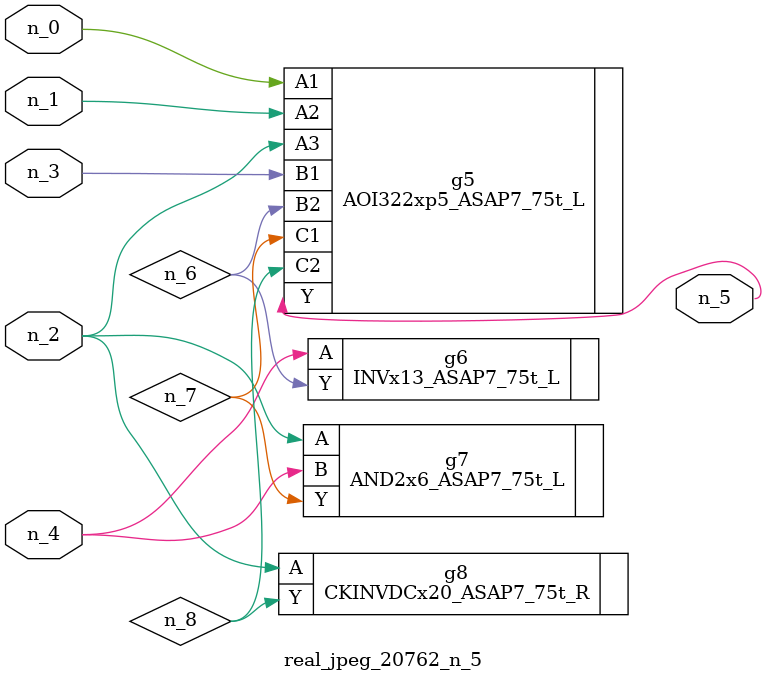
<source format=v>
module real_jpeg_20762_n_5 (n_4, n_0, n_1, n_2, n_3, n_5);

input n_4;
input n_0;
input n_1;
input n_2;
input n_3;

output n_5;

wire n_8;
wire n_6;
wire n_7;

AOI322xp5_ASAP7_75t_L g5 ( 
.A1(n_0),
.A2(n_1),
.A3(n_2),
.B1(n_3),
.B2(n_6),
.C1(n_7),
.C2(n_8),
.Y(n_5)
);

AND2x6_ASAP7_75t_L g7 ( 
.A(n_2),
.B(n_4),
.Y(n_7)
);

CKINVDCx20_ASAP7_75t_R g8 ( 
.A(n_2),
.Y(n_8)
);

INVx13_ASAP7_75t_L g6 ( 
.A(n_4),
.Y(n_6)
);


endmodule
</source>
